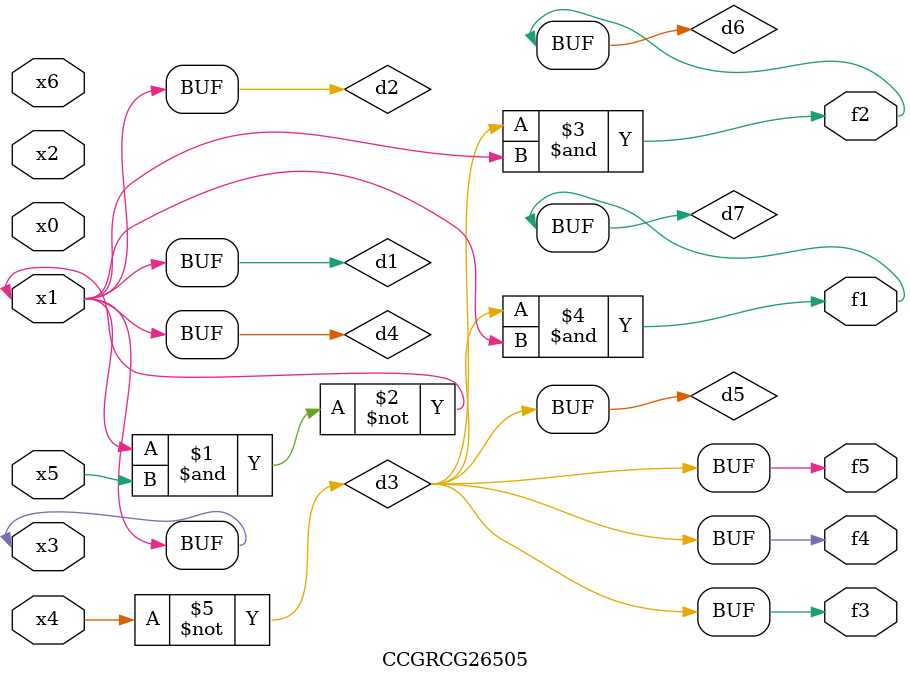
<source format=v>
module CCGRCG26505(
	input x0, x1, x2, x3, x4, x5, x6,
	output f1, f2, f3, f4, f5
);

	wire d1, d2, d3, d4, d5, d6, d7;

	buf (d1, x1, x3);
	nand (d2, x1, x5);
	not (d3, x4);
	buf (d4, d1, d2);
	buf (d5, d3);
	and (d6, d3, d4);
	and (d7, d3, d4);
	assign f1 = d7;
	assign f2 = d6;
	assign f3 = d5;
	assign f4 = d5;
	assign f5 = d5;
endmodule

</source>
